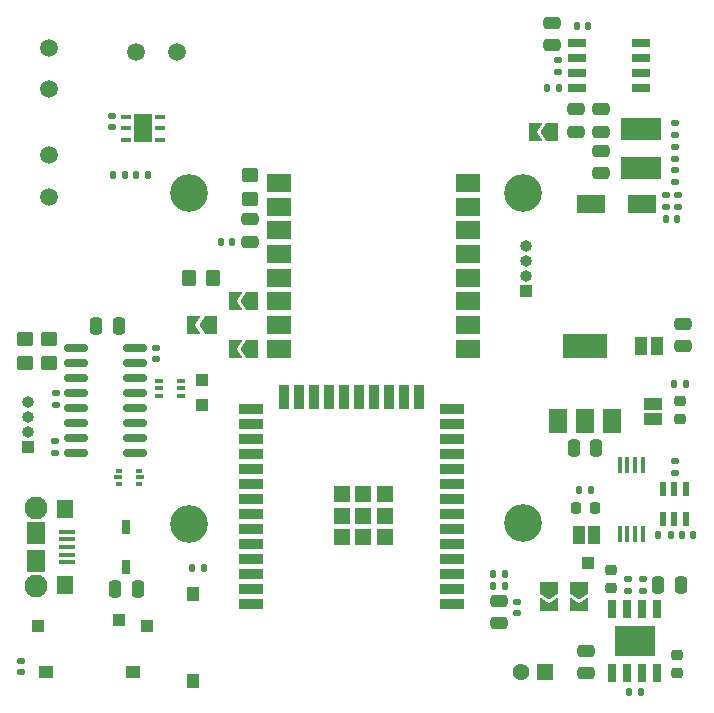
<source format=gbr>
%TF.GenerationSoftware,KiCad,Pcbnew,(6.0.0)*%
%TF.CreationDate,2022-04-27T19:52:18+01:00*%
%TF.ProjectId,flora,666c6f72-612e-46b6-9963-61645f706362,A*%
%TF.SameCoordinates,Original*%
%TF.FileFunction,Soldermask,Top*%
%TF.FilePolarity,Negative*%
%FSLAX46Y46*%
G04 Gerber Fmt 4.6, Leading zero omitted, Abs format (unit mm)*
G04 Created by KiCad (PCBNEW (6.0.0)) date 2022-04-27 19:52:18*
%MOMM*%
%LPD*%
G01*
G04 APERTURE LIST*
G04 Aperture macros list*
%AMRoundRect*
0 Rectangle with rounded corners*
0 $1 Rounding radius*
0 $2 $3 $4 $5 $6 $7 $8 $9 X,Y pos of 4 corners*
0 Add a 4 corners polygon primitive as box body*
4,1,4,$2,$3,$4,$5,$6,$7,$8,$9,$2,$3,0*
0 Add four circle primitives for the rounded corners*
1,1,$1+$1,$2,$3*
1,1,$1+$1,$4,$5*
1,1,$1+$1,$6,$7*
1,1,$1+$1,$8,$9*
0 Add four rect primitives between the rounded corners*
20,1,$1+$1,$2,$3,$4,$5,0*
20,1,$1+$1,$4,$5,$6,$7,0*
20,1,$1+$1,$6,$7,$8,$9,0*
20,1,$1+$1,$8,$9,$2,$3,0*%
%AMFreePoly0*
4,1,6,1.000000,0.000000,0.500000,-0.750000,-0.500000,-0.750000,-0.500000,0.750000,0.500000,0.750000,1.000000,0.000000,1.000000,0.000000,$1*%
%AMFreePoly1*
4,1,6,0.500000,-0.750000,-0.650000,-0.750000,-0.150000,0.000000,-0.650000,0.750000,0.500000,0.750000,0.500000,-0.750000,0.500000,-0.750000,$1*%
G04 Aperture macros list end*
%ADD10RoundRect,0.250000X0.250000X0.475000X-0.250000X0.475000X-0.250000X-0.475000X0.250000X-0.475000X0*%
%ADD11RoundRect,0.135000X-0.135000X-0.185000X0.135000X-0.185000X0.135000X0.185000X-0.135000X0.185000X0*%
%ADD12RoundRect,0.140000X-0.170000X0.140000X-0.170000X-0.140000X0.170000X-0.140000X0.170000X0.140000X0*%
%ADD13R,1.000000X1.000000*%
%ADD14RoundRect,0.250000X-0.475000X0.250000X-0.475000X-0.250000X0.475000X-0.250000X0.475000X0.250000X0*%
%ADD15R,0.750000X1.200000*%
%ADD16R,1.500000X1.000000*%
%ADD17R,1.350000X0.400000*%
%ADD18C,1.950000*%
%ADD19R,1.400000X1.600000*%
%ADD20R,1.600000X1.900000*%
%ADD21RoundRect,0.250000X-0.250000X-0.475000X0.250000X-0.475000X0.250000X0.475000X-0.250000X0.475000X0*%
%ADD22C,3.200000*%
%ADD23R,1.000000X1.500000*%
%ADD24RoundRect,0.140000X0.140000X0.170000X-0.140000X0.170000X-0.140000X-0.170000X0.140000X-0.170000X0*%
%ADD25R,1.500000X2.000000*%
%ADD26R,3.800000X2.000000*%
%ADD27RoundRect,0.250000X0.475000X-0.250000X0.475000X0.250000X-0.475000X0.250000X-0.475000X-0.250000X0*%
%ADD28RoundRect,0.135000X-0.185000X0.135000X-0.185000X-0.135000X0.185000X-0.135000X0.185000X0.135000X0*%
%ADD29RoundRect,0.218750X-0.256250X0.218750X-0.256250X-0.218750X0.256250X-0.218750X0.256250X0.218750X0*%
%ADD30RoundRect,0.135000X0.185000X-0.135000X0.185000X0.135000X-0.185000X0.135000X-0.185000X-0.135000X0*%
%ADD31R,0.450000X1.475000*%
%ADD32C,1.500000*%
%ADD33RoundRect,0.135000X0.135000X0.185000X-0.135000X0.185000X-0.135000X-0.185000X0.135000X-0.185000X0*%
%ADD34R,0.600000X1.200000*%
%ADD35R,0.850000X0.450000*%
%ADD36R,1.500000X2.400000*%
%ADD37RoundRect,0.140000X0.170000X-0.140000X0.170000X0.140000X-0.170000X0.140000X-0.170000X-0.140000X0*%
%ADD38R,1.200000X1.000000*%
%ADD39R,3.400000X1.900000*%
%ADD40R,1.425000X1.425000*%
%ADD41C,1.425000*%
%ADD42RoundRect,0.250000X0.450000X-0.350000X0.450000X0.350000X-0.450000X0.350000X-0.450000X-0.350000X0*%
%ADD43FreePoly0,180.000000*%
%ADD44FreePoly1,180.000000*%
%ADD45O,1.000000X1.000000*%
%ADD46RoundRect,0.250000X0.350000X0.450000X-0.350000X0.450000X-0.350000X-0.450000X0.350000X-0.450000X0*%
%ADD47R,0.650000X0.400000*%
%ADD48R,2.000000X0.900000*%
%ADD49R,0.900000X2.000000*%
%ADD50R,1.330000X1.330000*%
%ADD51FreePoly0,270.000000*%
%ADD52FreePoly1,270.000000*%
%ADD53R,2.350000X1.550000*%
%ADD54R,1.525000X0.700000*%
%ADD55R,0.700000X1.525000*%
%ADD56R,3.402000X2.513000*%
%ADD57RoundRect,0.218750X-0.218750X-0.256250X0.218750X-0.256250X0.218750X0.256250X-0.218750X0.256250X0*%
%ADD58R,1.000000X1.200000*%
%ADD59RoundRect,0.150000X-0.825000X-0.150000X0.825000X-0.150000X0.825000X0.150000X-0.825000X0.150000X0*%
%ADD60R,0.500000X0.375000*%
%ADD61R,0.650000X0.300000*%
%ADD62RoundRect,0.140000X-0.140000X-0.170000X0.140000X-0.170000X0.140000X0.170000X-0.140000X0.170000X0*%
%ADD63R,2.000000X1.500000*%
G04 APERTURE END LIST*
D10*
%TO.C,C21*%
X185650000Y-155450000D03*
X183750000Y-155450000D03*
%TD*%
D11*
%TO.C,R18*%
X223052500Y-147050000D03*
X224072500Y-147050000D03*
%TD*%
D12*
%TO.C,C17*%
X217750000Y-156470000D03*
X217750000Y-157430000D03*
%TD*%
D13*
%TO.C,TP7*%
X186450000Y-158550000D03*
%TD*%
D14*
%TO.C,C14*%
X224870000Y-118300000D03*
X224870000Y-120200000D03*
%TD*%
D13*
%TO.C,TP6*%
X177250000Y-158550000D03*
%TD*%
D15*
%TO.C,D4*%
X184700000Y-153550000D03*
X184700000Y-150150000D03*
%TD*%
D16*
%TO.C,JP8*%
X229300000Y-141012500D03*
X229300000Y-139712500D03*
%TD*%
D17*
%TO.C,J4*%
X179700000Y-150550000D03*
X179700000Y-151200000D03*
X179700000Y-151850000D03*
X179700000Y-152500000D03*
X179700000Y-153150000D03*
D18*
X177025000Y-148550000D03*
X177025000Y-155150000D03*
D19*
X179475000Y-148650000D03*
D20*
X177025000Y-150650000D03*
X177025000Y-153050000D03*
D19*
X179475000Y-155050000D03*
%TD*%
D21*
%TO.C,C6*%
X229750000Y-155050000D03*
X231650000Y-155050000D03*
%TD*%
D22*
%TO.C,H3*%
X218250000Y-149850000D03*
%TD*%
D23*
%TO.C,JP9*%
X224312500Y-150800000D03*
X223012500Y-150800000D03*
%TD*%
D12*
%TO.C,C7*%
X230370000Y-122090000D03*
X230370000Y-123050000D03*
%TD*%
D24*
%TO.C,C11*%
X191250000Y-153650000D03*
X190290000Y-153650000D03*
%TD*%
D25*
%TO.C,U2*%
X221250000Y-141150000D03*
X223550000Y-141150000D03*
D26*
X223550000Y-134850000D03*
D25*
X225850000Y-141150000D03*
%TD*%
D27*
%TO.C,C1*%
X195200000Y-126000000D03*
X195200000Y-124100000D03*
%TD*%
D11*
%TO.C,R20*%
X183540000Y-120350000D03*
X184560000Y-120350000D03*
%TD*%
D28*
%TO.C,R10*%
X231170000Y-119940000D03*
X231170000Y-120960000D03*
%TD*%
%TO.C,R13*%
X178650000Y-142850000D03*
X178650000Y-143870000D03*
%TD*%
D12*
%TO.C,C23*%
X178730000Y-138850000D03*
X178730000Y-139810000D03*
%TD*%
D29*
%TO.C,D5*%
X231550000Y-139475000D03*
X231550000Y-141050000D03*
%TD*%
D28*
%TO.C,R12*%
X231170000Y-117950000D03*
X231170000Y-118970000D03*
%TD*%
D22*
%TO.C,H1*%
X189980000Y-121880000D03*
%TD*%
D12*
%TO.C,C22*%
X187250000Y-135010000D03*
X187250000Y-135970000D03*
%TD*%
D30*
%TO.C,R6*%
X231370000Y-123070000D03*
X231370000Y-122050000D03*
%TD*%
D13*
%TO.C,TP1*%
X184050000Y-158050000D03*
%TD*%
D24*
%TO.C,C5*%
X231330000Y-124050000D03*
X230370000Y-124050000D03*
%TD*%
D30*
%TO.C,R4*%
X228450000Y-155560000D03*
X228450000Y-154540000D03*
%TD*%
D31*
%TO.C,IC4*%
X226475000Y-150788000D03*
X227125000Y-150788000D03*
X227775000Y-150788000D03*
X228425000Y-150788000D03*
X228425000Y-144912000D03*
X227775000Y-144912000D03*
X227125000Y-144912000D03*
X226475000Y-144912000D03*
%TD*%
D24*
%TO.C,C2*%
X193660000Y-126000000D03*
X192700000Y-126000000D03*
%TD*%
D22*
%TO.C,H2*%
X218250000Y-121850000D03*
%TD*%
D32*
%TO.C,J3*%
X189000000Y-109950000D03*
X185500000Y-109950000D03*
%TD*%
D27*
%TO.C,C15*%
X231850000Y-134850000D03*
X231850000Y-132950000D03*
%TD*%
D33*
%TO.C,R8*%
X230770000Y-150850000D03*
X229750000Y-150850000D03*
%TD*%
D34*
%TO.C,IC5*%
X232050000Y-146950000D03*
X231100000Y-146950000D03*
X230150000Y-146950000D03*
X230150000Y-149450000D03*
X231100000Y-149450000D03*
X232050000Y-149450000D03*
%TD*%
D13*
%TO.C,TP4*%
X191100000Y-139820000D03*
%TD*%
D35*
%TO.C,IC2*%
X187545000Y-117420000D03*
X187545000Y-116420000D03*
X187545000Y-115420000D03*
X184645000Y-115420000D03*
X184645000Y-116420000D03*
X184645000Y-117420000D03*
D36*
X186095000Y-116420000D03*
%TD*%
D27*
%TO.C,C20*%
X222770000Y-116700000D03*
X222770000Y-114800000D03*
%TD*%
D37*
%TO.C,C25*%
X183450000Y-116330000D03*
X183450000Y-115370000D03*
%TD*%
D38*
%TO.C,S1*%
X185300000Y-162450000D03*
X177900000Y-162450000D03*
%TD*%
D39*
%TO.C,L1*%
X228270000Y-119750000D03*
X228270000Y-116450000D03*
%TD*%
D40*
%TO.C,J5*%
X220150000Y-162450000D03*
D41*
X218150000Y-162450000D03*
%TD*%
D14*
%TO.C,C3*%
X223650000Y-160650000D03*
X223650000Y-162550000D03*
%TD*%
D10*
%TO.C,C13*%
X224500000Y-143500000D03*
X222600000Y-143500000D03*
%TD*%
D27*
%TO.C,C19*%
X224870000Y-116700000D03*
X224870000Y-114800000D03*
%TD*%
D42*
%TO.C,R15*%
X176150000Y-136270000D03*
X176150000Y-134270000D03*
%TD*%
D24*
%TO.C,C8*%
X221310000Y-112950000D03*
X220350000Y-112950000D03*
%TD*%
D43*
%TO.C,JP2*%
X191825000Y-133050000D03*
D44*
X190375000Y-133050000D03*
%TD*%
D14*
%TO.C,C16*%
X216250000Y-156430000D03*
X216250000Y-158330000D03*
%TD*%
D13*
%TO.C,J8*%
X218550000Y-130150000D03*
D45*
X218550000Y-128880000D03*
X218550000Y-127610000D03*
X218550000Y-126340000D03*
%TD*%
D46*
%TO.C,R2*%
X192000000Y-129050000D03*
X190000000Y-129050000D03*
%TD*%
D33*
%TO.C,R16*%
X216760000Y-155130000D03*
X215740000Y-155130000D03*
%TD*%
D13*
%TO.C,TP2*%
X223750000Y-153250000D03*
%TD*%
%TO.C,J6*%
X176350000Y-143350000D03*
D45*
X176350000Y-142080000D03*
X176350000Y-140810000D03*
X176350000Y-139540000D03*
%TD*%
D33*
%TO.C,R19*%
X186560000Y-120350000D03*
X185540000Y-120350000D03*
%TD*%
D22*
%TO.C,H4*%
X189980000Y-149880000D03*
%TD*%
D32*
%TO.C,J1*%
X178150000Y-118700000D03*
X178150000Y-122200000D03*
%TD*%
D28*
%TO.C,R7*%
X231150000Y-144540000D03*
X231150000Y-145560000D03*
%TD*%
D47*
%TO.C,Q1*%
X187450000Y-137770000D03*
X187450000Y-138420000D03*
X187450000Y-139070000D03*
X189350000Y-139070000D03*
X189350000Y-138420000D03*
X189350000Y-137770000D03*
%TD*%
D29*
%TO.C,D2*%
X231350000Y-160975000D03*
X231350000Y-162550000D03*
%TD*%
D27*
%TO.C,C18*%
X220750000Y-109350000D03*
X220750000Y-107450000D03*
%TD*%
D48*
%TO.C,IC1*%
X212250000Y-156690000D03*
X212250000Y-155420000D03*
X212250000Y-154150000D03*
X212250000Y-152880000D03*
X212250000Y-151610000D03*
X212250000Y-150340000D03*
X212250000Y-149070000D03*
X212250000Y-147800000D03*
X212250000Y-146530000D03*
X212250000Y-145260000D03*
X212250000Y-143990000D03*
X212250000Y-142720000D03*
X212250000Y-141450000D03*
X212250000Y-140180000D03*
D49*
X209465000Y-139180000D03*
X208195000Y-139180000D03*
X206925000Y-139180000D03*
X205655000Y-139180000D03*
X204385000Y-139180000D03*
X203115000Y-139180000D03*
X201845000Y-139180000D03*
X200575000Y-139180000D03*
X199305000Y-139180000D03*
X198035000Y-139180000D03*
D48*
X195250000Y-140180000D03*
X195250000Y-141450000D03*
X195250000Y-142720000D03*
X195250000Y-143990000D03*
X195250000Y-145260000D03*
X195250000Y-146530000D03*
X195250000Y-147800000D03*
X195250000Y-149070000D03*
X195250000Y-150340000D03*
X195250000Y-151610000D03*
X195250000Y-152880000D03*
X195250000Y-154150000D03*
X195250000Y-155420000D03*
X195250000Y-156690000D03*
D50*
X206585000Y-151025000D03*
X204750000Y-151025000D03*
X202915000Y-151025000D03*
X206585000Y-149190000D03*
X204750000Y-149190000D03*
X202915000Y-149190000D03*
X206585000Y-147355000D03*
X204750000Y-147355000D03*
X202915000Y-147355000D03*
%TD*%
D51*
%TO.C,JP5*%
X223050000Y-155325000D03*
D52*
X223050000Y-156775000D03*
%TD*%
D53*
%TO.C,D3*%
X228320000Y-122850000D03*
X224020000Y-122850000D03*
%TD*%
D33*
%TO.C,R17*%
X232060000Y-138062500D03*
X231040000Y-138062500D03*
%TD*%
D51*
%TO.C,JP4*%
X220450000Y-155325000D03*
D52*
X220450000Y-156775000D03*
%TD*%
D10*
%TO.C,C24*%
X184050000Y-133170000D03*
X182150000Y-133170000D03*
%TD*%
D42*
%TO.C,R1*%
X195200000Y-122400000D03*
X195200000Y-120400000D03*
%TD*%
D28*
%TO.C,R9*%
X231170000Y-115940000D03*
X231170000Y-116960000D03*
%TD*%
D54*
%TO.C,IC6*%
X222838000Y-109145000D03*
X222838000Y-110415000D03*
X222838000Y-111685000D03*
X222838000Y-112955000D03*
X228262000Y-112955000D03*
X228262000Y-111685000D03*
X228262000Y-110415000D03*
X228262000Y-109145000D03*
%TD*%
D55*
%TO.C,IC3*%
X225845000Y-162562000D03*
X227115000Y-162562000D03*
X228385000Y-162562000D03*
X229655000Y-162562000D03*
X229655000Y-157138000D03*
X228385000Y-157138000D03*
X227115000Y-157138000D03*
X225845000Y-157138000D03*
D56*
X227750000Y-159850000D03*
%TD*%
D43*
%TO.C,JP6*%
X220775000Y-116700000D03*
D44*
X219325000Y-116700000D03*
%TD*%
D28*
%TO.C,R11*%
X221250000Y-110630000D03*
X221250000Y-111650000D03*
%TD*%
D42*
%TO.C,R14*%
X178150000Y-136270000D03*
X178150000Y-134270000D03*
%TD*%
D23*
%TO.C,JP7*%
X228300000Y-134850000D03*
X229600000Y-134850000D03*
%TD*%
D30*
%TO.C,R3*%
X227150000Y-155560000D03*
X227150000Y-154540000D03*
%TD*%
D57*
%TO.C,D6*%
X222775000Y-148550000D03*
X224350000Y-148550000D03*
%TD*%
D58*
%TO.C,S2*%
X190350000Y-163200000D03*
X190350000Y-155800000D03*
%TD*%
D13*
%TO.C,TP5*%
X191100000Y-137720000D03*
%TD*%
D32*
%TO.C,J2*%
X178150000Y-109600000D03*
X178150000Y-113100000D03*
%TD*%
D43*
%TO.C,JP3*%
X195325000Y-135050000D03*
D44*
X193875000Y-135050000D03*
%TD*%
D12*
%TO.C,C4*%
X175750000Y-161470000D03*
X175750000Y-162430000D03*
%TD*%
D59*
%TO.C,U4*%
X180475000Y-135025000D03*
X180475000Y-136295000D03*
X180475000Y-137565000D03*
X180475000Y-138835000D03*
X180475000Y-140105000D03*
X180475000Y-141375000D03*
X180475000Y-142645000D03*
X180475000Y-143915000D03*
X185425000Y-143915000D03*
X185425000Y-142645000D03*
X185425000Y-141375000D03*
X185425000Y-140105000D03*
X185425000Y-138835000D03*
X185425000Y-137565000D03*
X185425000Y-136295000D03*
X185425000Y-135025000D03*
%TD*%
D29*
%TO.C,D1*%
X225750000Y-153775000D03*
X225750000Y-155350000D03*
%TD*%
D33*
%TO.C,R5*%
X228270000Y-164150000D03*
X227250000Y-164150000D03*
%TD*%
D60*
%TO.C,U3*%
X185800000Y-146487500D03*
D61*
X185875000Y-145950000D03*
D60*
X185800000Y-145412500D03*
X184100000Y-145412500D03*
D61*
X184025000Y-145950000D03*
D60*
X184100000Y-146487500D03*
%TD*%
D62*
%TO.C,C12*%
X215770000Y-154130000D03*
X216730000Y-154130000D03*
%TD*%
%TO.C,C9*%
X231750000Y-150850000D03*
X232710000Y-150850000D03*
%TD*%
D63*
%TO.C,U1*%
X197600000Y-121050000D03*
X197600000Y-123050000D03*
X197600000Y-125050000D03*
X197600000Y-127050000D03*
X197600000Y-129050000D03*
X197600000Y-131050000D03*
X197600000Y-133050000D03*
X197600000Y-135050000D03*
X213600000Y-135050000D03*
X213600000Y-133050000D03*
X213600000Y-131050000D03*
X213600000Y-129050000D03*
X213600000Y-127050000D03*
X213600000Y-125050000D03*
X213600000Y-123050000D03*
X213600000Y-121050000D03*
%TD*%
D43*
%TO.C,JP1*%
X195325000Y-131050000D03*
D44*
X193875000Y-131050000D03*
%TD*%
D62*
%TO.C,C10*%
X222850000Y-107750000D03*
X223810000Y-107750000D03*
%TD*%
M02*

</source>
